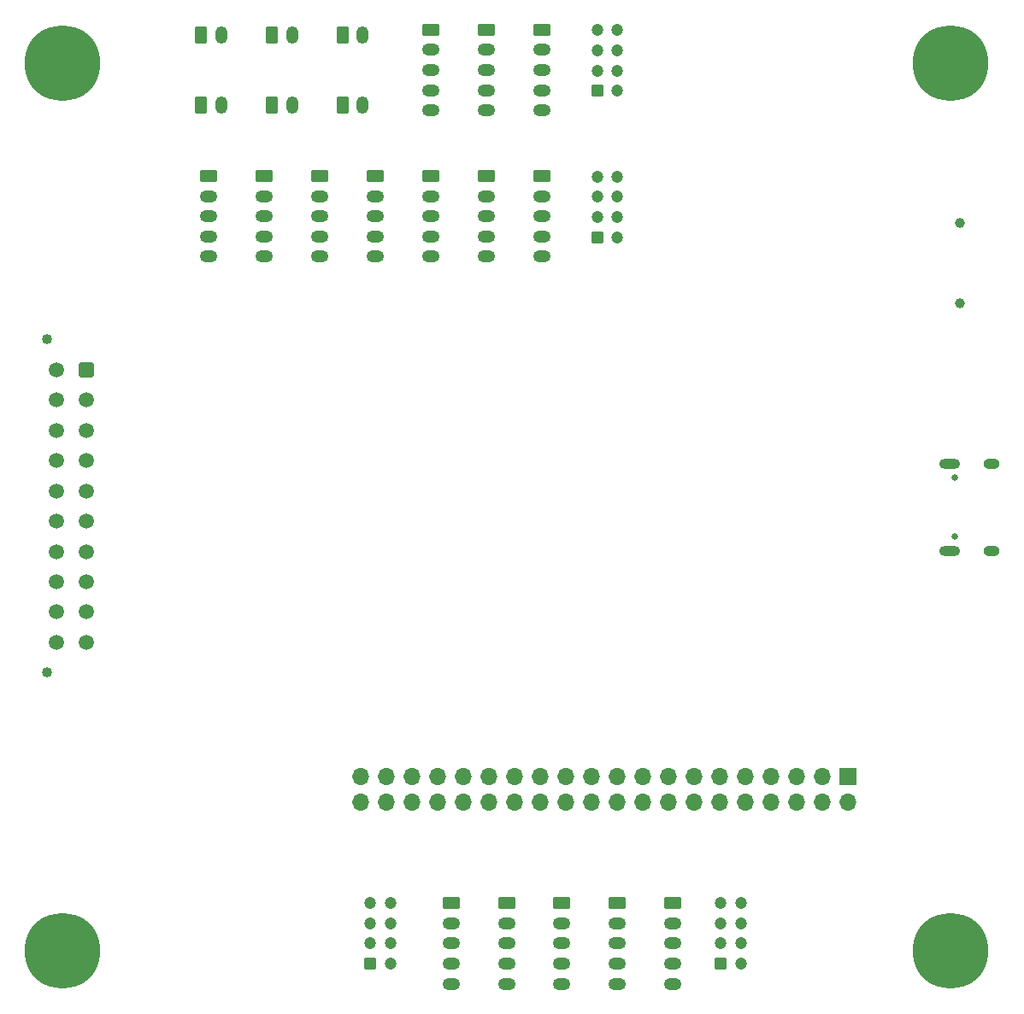
<source format=gbr>
%TF.GenerationSoftware,KiCad,Pcbnew,8.0.1*%
%TF.CreationDate,2024-03-19T23:57:42+08:00*%
%TF.ProjectId,bigger-brain,62696767-6572-42d6-9272-61696e2e6b69,2*%
%TF.SameCoordinates,Original*%
%TF.FileFunction,Soldermask,Bot*%
%TF.FilePolarity,Negative*%
%FSLAX46Y46*%
G04 Gerber Fmt 4.6, Leading zero omitted, Abs format (unit mm)*
G04 Created by KiCad (PCBNEW 8.0.1) date 2024-03-19 23:57:42*
%MOMM*%
%LPD*%
G01*
G04 APERTURE LIST*
G04 Aperture macros list*
%AMRoundRect*
0 Rectangle with rounded corners*
0 $1 Rounding radius*
0 $2 $3 $4 $5 $6 $7 $8 $9 X,Y pos of 4 corners*
0 Add a 4 corners polygon primitive as box body*
4,1,4,$2,$3,$4,$5,$6,$7,$8,$9,$2,$3,0*
0 Add four circle primitives for the rounded corners*
1,1,$1+$1,$2,$3*
1,1,$1+$1,$4,$5*
1,1,$1+$1,$6,$7*
1,1,$1+$1,$8,$9*
0 Add four rect primitives between the rounded corners*
20,1,$1+$1,$2,$3,$4,$5,0*
20,1,$1+$1,$4,$5,$6,$7,0*
20,1,$1+$1,$6,$7,$8,$9,0*
20,1,$1+$1,$8,$9,$2,$3,0*%
G04 Aperture macros list end*
%ADD10RoundRect,0.250000X-0.625000X0.350000X-0.625000X-0.350000X0.625000X-0.350000X0.625000X0.350000X0*%
%ADD11O,1.750000X1.200000*%
%ADD12C,4.700000*%
%ADD13C,7.500000*%
%ADD14RoundRect,0.250000X-0.350000X-0.625000X0.350000X-0.625000X0.350000X0.625000X-0.350000X0.625000X0*%
%ADD15O,1.200000X1.750000*%
%ADD16R,1.700000X1.700000*%
%ADD17O,1.700000X1.700000*%
%ADD18C,0.650000*%
%ADD19O,2.100000X1.000000*%
%ADD20O,1.600000X1.000000*%
%ADD21RoundRect,0.250000X0.350000X-0.350000X0.350000X0.350000X-0.350000X0.350000X-0.350000X-0.350000X0*%
%ADD22C,1.200000*%
%ADD23C,0.999997*%
%ADD24C,1.020000*%
%ADD25RoundRect,0.250001X-0.499999X0.499999X-0.499999X-0.499999X0.499999X-0.499999X0.499999X0.499999X0*%
%ADD26C,1.500000*%
G04 APERTURE END LIST*
D10*
%TO.C,J414*%
X51027276Y-72181808D03*
D11*
X51027276Y-74181808D03*
X51027276Y-76181808D03*
X51027276Y-78181808D03*
X51027276Y-80181808D03*
%TD*%
D12*
%TO.C,H404*%
X119000000Y-149000000D03*
D13*
X119000000Y-149000000D03*
%TD*%
D10*
%TO.C,J418*%
X73027276Y-72181807D03*
D11*
X73027276Y-74181807D03*
X73027276Y-76181807D03*
X73027276Y-78181807D03*
X73027276Y-80181807D03*
%TD*%
D10*
%TO.C,J424*%
X80500000Y-144250000D03*
D11*
X80500000Y-146250000D03*
X80500000Y-148250000D03*
X80500000Y-150250000D03*
X80500000Y-152250000D03*
%TD*%
D14*
%TO.C,J410*%
X44749999Y-65199998D03*
D15*
X46749999Y-65199998D03*
%TD*%
D16*
%TO.C,J403*%
X108809415Y-131697663D03*
D17*
X108809415Y-134237663D03*
X106269415Y-131697663D03*
X106269415Y-134237663D03*
X103729415Y-131697663D03*
X103729415Y-134237663D03*
X101189415Y-131697663D03*
X101189415Y-134237663D03*
X98649415Y-131697663D03*
X98649415Y-134237663D03*
X96109415Y-131697663D03*
X96109415Y-134237663D03*
X93569415Y-131697663D03*
X93569415Y-134237663D03*
X91029415Y-131697663D03*
X91029415Y-134237663D03*
X88489415Y-131697663D03*
X88489415Y-134237663D03*
X85949415Y-131697663D03*
X85949415Y-134237663D03*
X83409415Y-131697663D03*
X83409415Y-134237663D03*
X80869415Y-131697663D03*
X80869415Y-134237663D03*
X78329415Y-131697663D03*
X78329415Y-134237663D03*
X75789415Y-131697663D03*
X75789415Y-134237663D03*
X73249415Y-131697663D03*
X73249415Y-134237663D03*
X70709415Y-131697663D03*
X70709415Y-134237663D03*
X68169415Y-131697663D03*
X68169415Y-134237663D03*
X65629415Y-131697663D03*
X65629415Y-134237663D03*
X63089415Y-131697663D03*
X63089415Y-134237663D03*
X60549415Y-131697663D03*
X60549415Y-134237663D03*
%TD*%
D12*
%TO.C,H401*%
X31000000Y-61000000D03*
D13*
X31000000Y-61000000D03*
%TD*%
D10*
%TO.C,J419*%
X78527276Y-72181807D03*
D11*
X78527276Y-74181807D03*
X78527276Y-76181807D03*
X78527276Y-78181807D03*
X78527276Y-80181807D03*
%TD*%
D14*
%TO.C,J411*%
X51749999Y-65199998D03*
D15*
X53749999Y-65199998D03*
%TD*%
D10*
%TO.C,J409*%
X78527276Y-57681807D03*
D11*
X78527276Y-59681807D03*
X78527276Y-61681807D03*
X78527276Y-63681807D03*
X78527276Y-65681807D03*
%TD*%
D10*
%TO.C,J417*%
X67527276Y-72181807D03*
D11*
X67527276Y-74181807D03*
X67527276Y-76181807D03*
X67527276Y-78181807D03*
X67527276Y-80181807D03*
%TD*%
D14*
%TO.C,J405*%
X51749999Y-58199999D03*
D15*
X53749999Y-58199999D03*
%TD*%
D14*
%TO.C,J404*%
X44749999Y-58199999D03*
D15*
X46749999Y-58199999D03*
%TD*%
D10*
%TO.C,J407*%
X67527276Y-57681807D03*
D11*
X67527276Y-59681807D03*
X67527276Y-61681807D03*
X67527276Y-63681807D03*
X67527276Y-65681807D03*
%TD*%
D10*
%TO.C,J426*%
X91500000Y-144250000D03*
D11*
X91500000Y-146250000D03*
X91500000Y-148250000D03*
X91500000Y-150250000D03*
X91500000Y-152250000D03*
%TD*%
D14*
%TO.C,J406*%
X58749999Y-58199999D03*
D15*
X60749999Y-58199999D03*
%TD*%
D10*
%TO.C,J415*%
X56527276Y-72181805D03*
D11*
X56527276Y-74181805D03*
X56527276Y-76181805D03*
X56527276Y-78181805D03*
X56527276Y-80181805D03*
%TD*%
D18*
%TO.C,J401*%
X119400000Y-107890000D03*
X119400000Y-102110000D03*
D19*
X118870000Y-109320000D03*
D20*
X123050000Y-109320000D03*
D19*
X118870000Y-100680000D03*
D20*
X123050000Y-100680000D03*
%TD*%
D21*
%TO.C,J421*%
X61500000Y-150250000D03*
D22*
X63500000Y-150250000D03*
X61500000Y-148250000D03*
X63500000Y-148250000D03*
X61500000Y-146250000D03*
X63500000Y-146250000D03*
X61500000Y-144250000D03*
X63500000Y-144250000D03*
%TD*%
D12*
%TO.C,H402*%
X119000000Y-61000000D03*
D13*
X119000000Y-61000000D03*
%TD*%
D21*
%TO.C,SWD401*%
X84000000Y-63750000D03*
D22*
X86000000Y-63750000D03*
X84000000Y-61750000D03*
X86000000Y-61750000D03*
X84000000Y-59750000D03*
X86000000Y-59750000D03*
X84000000Y-57750000D03*
X86000000Y-57750000D03*
%TD*%
D10*
%TO.C,J423*%
X75000000Y-144250000D03*
D11*
X75000000Y-146250000D03*
X75000000Y-148250000D03*
X75000000Y-150250000D03*
X75000000Y-152250000D03*
%TD*%
D12*
%TO.C,H403*%
X31000000Y-149000000D03*
D13*
X31000000Y-149000000D03*
%TD*%
D14*
%TO.C,J412*%
X58749999Y-65199998D03*
D15*
X60749999Y-65199998D03*
%TD*%
D10*
%TO.C,J413*%
X45527276Y-72181807D03*
D11*
X45527276Y-74181807D03*
X45527276Y-76181807D03*
X45527276Y-78181807D03*
X45527276Y-80181807D03*
%TD*%
D23*
%TO.C,J301*%
X119909345Y-84840000D03*
X119909345Y-76864400D03*
%TD*%
D10*
%TO.C,J416*%
X62027276Y-72181807D03*
D11*
X62027276Y-74181807D03*
X62027276Y-76181807D03*
X62027276Y-78181807D03*
X62027276Y-80181807D03*
%TD*%
D10*
%TO.C,J425*%
X86000000Y-144250000D03*
D11*
X86000000Y-146250000D03*
X86000000Y-148250000D03*
X86000000Y-150250000D03*
X86000000Y-152250000D03*
%TD*%
D10*
%TO.C,J408*%
X73027276Y-57681807D03*
D11*
X73027276Y-59681807D03*
X73027276Y-61681807D03*
X73027276Y-63681807D03*
X73027276Y-65681807D03*
%TD*%
D21*
%TO.C,J427*%
X96250000Y-150250000D03*
D22*
X98250000Y-150250000D03*
X96250000Y-148250000D03*
X98250000Y-148250000D03*
X96250000Y-146250000D03*
X98250000Y-146250000D03*
X96250000Y-144250000D03*
X98250000Y-144250000D03*
%TD*%
D24*
%TO.C,J402*%
X29460000Y-88400000D03*
X29460000Y-121400000D03*
D25*
X33400000Y-91400000D03*
D26*
X33400000Y-94400000D03*
X33400000Y-97400000D03*
X33400000Y-100400000D03*
X33400000Y-103400000D03*
X33400000Y-106400000D03*
X33400000Y-109400000D03*
X33400000Y-112400000D03*
X33400000Y-115400000D03*
X33400000Y-118400000D03*
X30400000Y-91400000D03*
X30400000Y-94400000D03*
X30400000Y-97400000D03*
X30400000Y-100400000D03*
X30400000Y-103400000D03*
X30400000Y-106400000D03*
X30400000Y-109400000D03*
X30400000Y-112400000D03*
X30400000Y-115400000D03*
X30400000Y-118400000D03*
%TD*%
D21*
%TO.C,J420*%
X84000000Y-78250000D03*
D22*
X86000000Y-78250000D03*
X84000000Y-76250000D03*
X86000000Y-76250000D03*
X84000000Y-74250000D03*
X86000000Y-74250000D03*
X84000000Y-72250000D03*
X86000000Y-72250000D03*
%TD*%
D10*
%TO.C,J422*%
X69500000Y-144249998D03*
D11*
X69500000Y-146249998D03*
X69500000Y-148249998D03*
X69500000Y-150249998D03*
X69500000Y-152249998D03*
%TD*%
M02*

</source>
